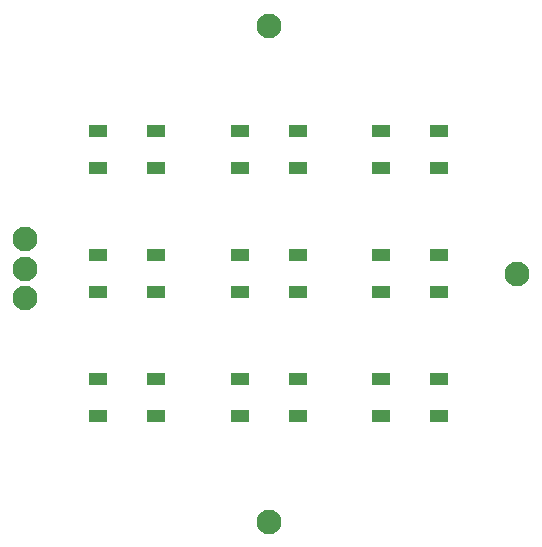
<source format=gbr>
%TF.GenerationSoftware,KiCad,Pcbnew,7.0.5*%
%TF.CreationDate,2023-10-17T21:25:03+03:00*%
%TF.ProjectId,Light,4c696768-742e-46b6-9963-61645f706362,rev?*%
%TF.SameCoordinates,Original*%
%TF.FileFunction,Soldermask,Top*%
%TF.FilePolarity,Negative*%
%FSLAX46Y46*%
G04 Gerber Fmt 4.6, Leading zero omitted, Abs format (unit mm)*
G04 Created by KiCad (PCBNEW 7.0.5) date 2023-10-17 21:25:03*
%MOMM*%
%LPD*%
G01*
G04 APERTURE LIST*
%ADD10R,1.500000X1.000000*%
%ADD11C,2.100000*%
G04 APERTURE END LIST*
D10*
%TO.C,D9*%
X109550000Y-108900000D03*
X109550000Y-112100000D03*
X114450000Y-112100000D03*
X114450000Y-108900000D03*
%TD*%
%TO.C,D8*%
X97550000Y-108900000D03*
X97550000Y-112100000D03*
X102450000Y-112100000D03*
X102450000Y-108900000D03*
%TD*%
%TO.C,D7*%
X85550000Y-108900000D03*
X85550000Y-112100000D03*
X90450000Y-112100000D03*
X90450000Y-108900000D03*
%TD*%
%TO.C,D1*%
X85550000Y-87900000D03*
X85550000Y-91100000D03*
X90450000Y-91100000D03*
X90450000Y-87900000D03*
%TD*%
D11*
%TO.C,H3*%
X100000000Y-121000000D03*
%TD*%
%TO.C,H1*%
X100000000Y-79000000D03*
%TD*%
D10*
%TO.C,D3*%
X109550000Y-87900000D03*
X109550000Y-91100000D03*
X114450000Y-91100000D03*
X114450000Y-87900000D03*
%TD*%
D11*
%TO.C,H2*%
X121000000Y-100000000D03*
%TD*%
%TO.C,J1*%
X79400000Y-102100000D03*
X79400000Y-99600000D03*
X79400000Y-97100000D03*
%TD*%
D10*
%TO.C,D5*%
X102450000Y-101600000D03*
X102450000Y-98400000D03*
X97550000Y-98400000D03*
X97550000Y-101600000D03*
%TD*%
%TO.C,D2*%
X97600000Y-87900000D03*
X97600000Y-91100000D03*
X102500000Y-91100000D03*
X102500000Y-87900000D03*
%TD*%
%TO.C,D6*%
X90450000Y-101600000D03*
X90450000Y-98400000D03*
X85550000Y-98400000D03*
X85550000Y-101600000D03*
%TD*%
%TO.C,D4*%
X114450000Y-101600000D03*
X114450000Y-98400000D03*
X109550000Y-98400000D03*
X109550000Y-101600000D03*
%TD*%
M02*

</source>
